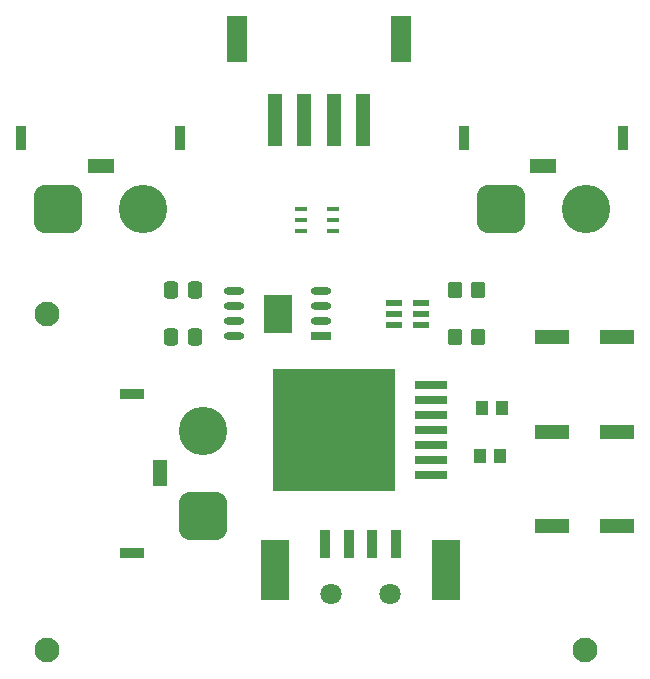
<source format=gbr>
%TF.GenerationSoftware,KiCad,Pcbnew,8.0.6*%
%TF.CreationDate,2025-02-22T22:44:17-05:00*%
%TF.ProjectId,Electrical schematic,456c6563-7472-4696-9361-6c2073636865,rev?*%
%TF.SameCoordinates,Original*%
%TF.FileFunction,Soldermask,Top*%
%TF.FilePolarity,Negative*%
%FSLAX46Y46*%
G04 Gerber Fmt 4.6, Leading zero omitted, Abs format (unit mm)*
G04 Created by KiCad (PCBNEW 8.0.6) date 2025-02-22 22:44:17*
%MOMM*%
%LPD*%
G01*
G04 APERTURE LIST*
G04 Aperture macros list*
%AMRoundRect*
0 Rectangle with rounded corners*
0 $1 Rounding radius*
0 $2 $3 $4 $5 $6 $7 $8 $9 X,Y pos of 4 corners*
0 Add a 4 corners polygon primitive as box body*
4,1,4,$2,$3,$4,$5,$6,$7,$8,$9,$2,$3,0*
0 Add four circle primitives for the rounded corners*
1,1,$1+$1,$2,$3*
1,1,$1+$1,$4,$5*
1,1,$1+$1,$6,$7*
1,1,$1+$1,$8,$9*
0 Add four rect primitives between the rounded corners*
20,1,$1+$1,$2,$3,$4,$5,0*
20,1,$1+$1,$4,$5,$6,$7,0*
20,1,$1+$1,$6,$7,$8,$9,0*
20,1,$1+$1,$8,$9,$2,$3,0*%
G04 Aperture macros list end*
%ADD10R,1.005599X1.199998*%
%ADD11C,2.100000*%
%ADD12R,2.997200X1.219200*%
%ADD13R,1.752600X0.660400*%
%ADD14O,1.752600X0.660400*%
%ADD15R,2.413000X3.302000*%
%ADD16RoundRect,0.250000X-0.350000X-0.450000X0.350000X-0.450000X0.350000X0.450000X-0.350000X0.450000X0*%
%ADD17R,1.003300X0.457200*%
%ADD18R,0.889000X2.489200*%
%ADD19C,1.803400*%
%ADD20R,2.489200X5.156200*%
%ADD21R,1.295400X4.495800*%
%ADD22R,1.803400X3.911600*%
%ADD23R,0.900000X2.000000*%
%ADD24RoundRect,1.025000X-1.025000X-1.025000X1.025000X-1.025000X1.025000X1.025000X-1.025000X1.025000X0*%
%ADD25C,4.100000*%
%ADD26R,2.300000X1.300000*%
%ADD27RoundRect,0.250000X0.337500X0.475000X-0.337500X0.475000X-0.337500X-0.475000X0.337500X-0.475000X0*%
%ADD28R,1.473200X0.558800*%
%ADD29R,2.667000X0.787400*%
%ADD30R,10.414000X10.414000*%
%ADD31R,2.000000X0.900000*%
%ADD32RoundRect,1.025000X1.025000X-1.025000X1.025000X1.025000X-1.025000X1.025000X-1.025000X-1.025000X0*%
%ADD33R,1.300000X2.300000*%
G04 APERTURE END LIST*
D10*
%TO.C,R1*%
X149147201Y-90000000D03*
X150852799Y-90000000D03*
%TD*%
D11*
%TO.C,REF\u002A\u002A*%
X112500000Y-78000000D03*
%TD*%
D12*
%TO.C,C3*%
X155244100Y-96000000D03*
X160755900Y-96000000D03*
%TD*%
D13*
%TO.C,U2*%
X135674999Y-79905000D03*
D14*
X135674999Y-78635000D03*
X135674999Y-77365000D03*
X135674999Y-76095000D03*
X128325001Y-76095000D03*
X128325001Y-77365000D03*
X128325001Y-78635000D03*
X128325001Y-79905000D03*
D15*
X132000000Y-78000000D03*
%TD*%
D16*
%TO.C,R4*%
X147000000Y-76000000D03*
X149000000Y-76000000D03*
%TD*%
D12*
%TO.C,C2*%
X155244100Y-88000000D03*
X160755900Y-88000000D03*
%TD*%
D10*
%TO.C,R2*%
X149294402Y-86000000D03*
X151000000Y-86000000D03*
%TD*%
D17*
%TO.C,U4*%
X134000000Y-69099998D03*
X134000000Y-70049999D03*
X134000000Y-71000000D03*
X136705100Y-71000000D03*
X136705100Y-70049999D03*
X136705100Y-69099998D03*
%TD*%
D11*
%TO.C,REF\u002A\u002A*%
X112500000Y-106500000D03*
%TD*%
D18*
%TO.C,U5*%
X136000000Y-97500000D03*
X137999999Y-97500000D03*
X140000000Y-97500000D03*
X141999998Y-97500000D03*
D19*
X136499999Y-101699999D03*
X141499999Y-101699999D03*
D20*
X131750001Y-99693392D03*
X146249997Y-99693392D03*
%TD*%
D21*
%TO.C,J1*%
X139250000Y-61549501D03*
X136750000Y-61549501D03*
X134250000Y-61549501D03*
X131750000Y-61549501D03*
D22*
X128550001Y-54759501D03*
X142449999Y-54759501D03*
%TD*%
D23*
%TO.C,J3*%
X110250000Y-63150000D03*
X123750000Y-63150000D03*
D24*
X113400000Y-69150000D03*
D25*
X120600000Y-69150000D03*
D26*
X117000000Y-65500000D03*
%TD*%
D23*
%TO.C,J5*%
X147750000Y-63150000D03*
X161250000Y-63150000D03*
D24*
X150900000Y-69150000D03*
D25*
X158100000Y-69150000D03*
D26*
X154500000Y-65500000D03*
%TD*%
D12*
%TO.C,C1*%
X155244100Y-80000000D03*
X160755900Y-80000000D03*
%TD*%
D27*
%TO.C,C11*%
X125000000Y-76000000D03*
X122925000Y-76000000D03*
%TD*%
D11*
%TO.C,REF\u002A\u002A*%
X158000000Y-106500000D03*
%TD*%
D28*
%TO.C,U3*%
X144117600Y-78950001D03*
X144117600Y-78000000D03*
X144117600Y-77049999D03*
X141882400Y-77049999D03*
X141882400Y-78000000D03*
X141882400Y-78950001D03*
%TD*%
D27*
%TO.C,C10*%
X125000000Y-80000000D03*
X122925000Y-80000000D03*
%TD*%
D16*
%TO.C,R3*%
X147000000Y-80000000D03*
X149000000Y-80000000D03*
%TD*%
D29*
%TO.C,U1*%
X145000000Y-91620000D03*
X145000000Y-90350000D03*
X145000000Y-89080000D03*
X145000000Y-87810000D03*
X145000000Y-86540000D03*
X145000000Y-85270000D03*
X145000000Y-84000000D03*
D30*
X136757700Y-87810000D03*
%TD*%
D31*
%TO.C,J2*%
X119650000Y-98250000D03*
X119650000Y-84750000D03*
D32*
X125650000Y-95100000D03*
D25*
X125650000Y-87900000D03*
D33*
X122000000Y-91500000D03*
%TD*%
M02*

</source>
